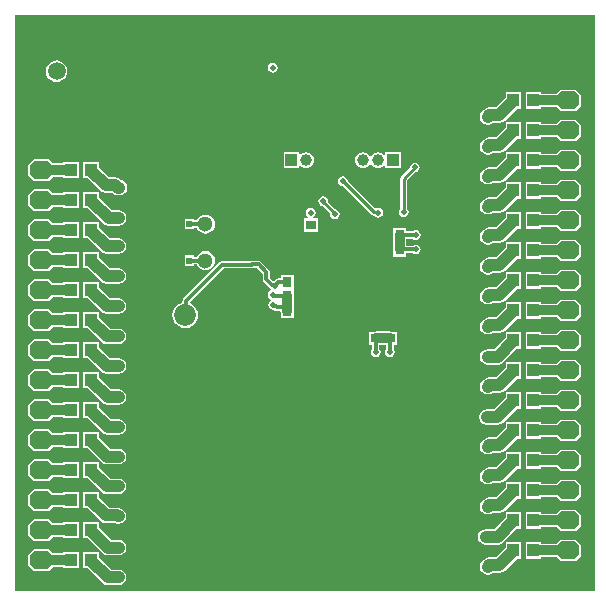
<source format=gbl>
G04*
G04 #@! TF.GenerationSoftware,Altium Limited,Altium Designer,23.9.2 (47)*
G04*
G04 Layer_Physical_Order=4*
G04 Layer_Color=16711680*
%FSLAX44Y44*%
%MOMM*%
G71*
G04*
G04 #@! TF.SameCoordinates,60F5B71E-2B93-43DD-B637-9BD39DAD1F72*
G04*
G04*
G04 #@! TF.FilePolarity,Positive*
G04*
G01*
G75*
%ADD14C,0.2540*%
%ADD26R,1.0000X1.1000*%
%ADD49C,0.9906*%
%ADD50C,0.8128*%
%ADD51C,0.2997*%
%ADD53C,1.5000*%
%ADD54R,1.5000X1.5000*%
%ADD55R,1.0000X1.0000*%
%ADD56C,1.0000*%
%ADD57C,1.3000*%
%ADD58C,1.8500*%
%ADD59R,1.8500X1.8500*%
G04:AMPARAMS|DCode=60|XSize=1.905mm|YSize=1.524mm|CornerRadius=0mm|HoleSize=0mm|Usage=FLASHONLY|Rotation=180.000|XOffset=0mm|YOffset=0mm|HoleType=Round|Shape=Octagon|*
%AMOCTAGOND60*
4,1,8,-0.9525,0.3810,-0.9525,-0.3810,-0.5715,-0.7620,0.5715,-0.7620,0.9525,-0.3810,0.9525,0.3810,0.5715,0.7620,-0.5715,0.7620,-0.9525,0.3810,0.0*
%
%ADD60OCTAGOND60*%

%ADD61C,1.2700*%
%ADD62C,0.5080*%
%ADD70R,0.5000X0.6000*%
%ADD71R,0.8000X0.9000*%
%ADD72R,0.9000X0.8000*%
G36*
X497052Y128947D02*
X5698D01*
Y616603D01*
X497052D01*
X497052Y128947D01*
D02*
G37*
%LPC*%
G36*
X224250Y575644D02*
X222664Y575328D01*
X221320Y574430D01*
X220422Y573086D01*
X220106Y571500D01*
X220422Y569914D01*
X221320Y568570D01*
X222664Y567672D01*
X224250Y567356D01*
X225836Y567672D01*
X227180Y568570D01*
X228078Y569914D01*
X228394Y571500D01*
X228078Y573086D01*
X227180Y574430D01*
X225836Y575328D01*
X224250Y575644D01*
D02*
G37*
G36*
X41250Y577852D02*
X38894Y577542D01*
X36699Y576632D01*
X34814Y575186D01*
X33368Y573301D01*
X32458Y571106D01*
X32148Y568750D01*
X32458Y566394D01*
X33368Y564199D01*
X34814Y562314D01*
X36699Y560868D01*
X38894Y559958D01*
X41250Y559648D01*
X43606Y559958D01*
X45801Y560868D01*
X47686Y562314D01*
X49132Y564199D01*
X50042Y566394D01*
X50352Y568750D01*
X50042Y571106D01*
X49132Y573301D01*
X47686Y575186D01*
X45801Y576632D01*
X43606Y577542D01*
X41250Y577852D01*
D02*
G37*
G36*
X480977Y553044D02*
X468023D01*
X464576Y549598D01*
X451524D01*
Y550924D01*
X438476D01*
Y536876D01*
X451524D01*
Y538203D01*
X464576D01*
X468023Y534756D01*
X480977D01*
X485549Y539328D01*
Y548472D01*
X480977Y553044D01*
D02*
G37*
G36*
Y527644D02*
X468023D01*
X464576Y524198D01*
X451524D01*
Y525524D01*
X438476D01*
Y511476D01*
X451524D01*
Y512803D01*
X464576D01*
X468023Y509356D01*
X480977D01*
X485549Y513928D01*
Y523072D01*
X480977Y527644D01*
D02*
G37*
G36*
X434524Y550924D02*
X421476D01*
Y546215D01*
X413365Y538104D01*
X407834D01*
X405307Y537601D01*
X403164Y536170D01*
X401580Y534586D01*
X400149Y532443D01*
X399646Y529916D01*
X400149Y527389D01*
X401580Y525246D01*
X403723Y523815D01*
X406250Y523312D01*
X408777Y523815D01*
X410396Y524896D01*
X416100D01*
X418628Y525399D01*
X420770Y526830D01*
X430816Y536876D01*
X434524D01*
Y542998D01*
X434604Y543400D01*
X434524Y543802D01*
Y550924D01*
D02*
G37*
G36*
X480977Y502244D02*
X468023D01*
X464576Y498797D01*
X451524D01*
Y500124D01*
X438476D01*
Y486076D01*
X451524D01*
Y487402D01*
X464576D01*
X468023Y483956D01*
X480977D01*
X485549Y488528D01*
Y497672D01*
X480977Y502244D01*
D02*
G37*
G36*
X434524Y525524D02*
X421476D01*
Y520815D01*
X413365Y512704D01*
X407684D01*
X405157Y512201D01*
X403014Y510770D01*
X401580Y509336D01*
X400149Y507193D01*
X399646Y504666D01*
X400149Y502139D01*
X401580Y499996D01*
X403723Y498565D01*
X406250Y498062D01*
X408777Y498565D01*
X410171Y499496D01*
X416100D01*
X418628Y499999D01*
X420770Y501430D01*
X430816Y511476D01*
X434524D01*
Y517598D01*
X434604Y518000D01*
X434524Y518402D01*
Y525524D01*
D02*
G37*
G36*
X252750Y500080D02*
X251047Y499856D01*
X249460Y499199D01*
X248097Y498153D01*
X247844Y497823D01*
X246574Y498254D01*
Y500024D01*
X233526D01*
Y486976D01*
X246574D01*
Y488746D01*
X247844Y489177D01*
X248097Y488847D01*
X249460Y487801D01*
X251047Y487144D01*
X252750Y486920D01*
X254453Y487144D01*
X256040Y487801D01*
X257403Y488847D01*
X258449Y490210D01*
X259106Y491797D01*
X259330Y493500D01*
X259106Y495203D01*
X258449Y496790D01*
X257403Y498153D01*
X256040Y499199D01*
X254453Y499856D01*
X252750Y500080D01*
D02*
G37*
G36*
X313450D02*
X311747Y499856D01*
X310160Y499199D01*
X308797Y498153D01*
X307798Y496851D01*
X307113Y496751D01*
X307087D01*
X306402Y496851D01*
X305403Y498153D01*
X304040Y499199D01*
X302453Y499856D01*
X300750Y500080D01*
X299047Y499856D01*
X297460Y499199D01*
X296097Y498153D01*
X295051Y496790D01*
X294394Y495203D01*
X294170Y493500D01*
X294394Y491797D01*
X295051Y490210D01*
X296097Y488847D01*
X297460Y487801D01*
X299047Y487144D01*
X300750Y486920D01*
X302453Y487144D01*
X304040Y487801D01*
X305403Y488847D01*
X306402Y490149D01*
X307087Y490249D01*
X307113D01*
X307798Y490149D01*
X308797Y488847D01*
X310160Y487801D01*
X311747Y487144D01*
X313450Y486920D01*
X315153Y487144D01*
X316740Y487801D01*
X318103Y488847D01*
X318356Y489177D01*
X319626Y488746D01*
Y486976D01*
X332674D01*
Y500024D01*
X319626D01*
Y498254D01*
X318356Y497823D01*
X318103Y498153D01*
X316740Y499199D01*
X315153Y499856D01*
X313450Y500080D01*
D02*
G37*
G36*
X344750Y491394D02*
X343164Y491078D01*
X341820Y490180D01*
X340922Y488836D01*
X340606Y487250D01*
X340625Y487154D01*
X333236Y479764D01*
X332618Y478840D01*
X332401Y477750D01*
X332401Y477750D01*
Y452484D01*
X332320Y452430D01*
X331422Y451086D01*
X331106Y449500D01*
X331422Y447914D01*
X332320Y446570D01*
X333664Y445672D01*
X335250Y445356D01*
X336836Y445672D01*
X338180Y446570D01*
X339078Y447914D01*
X339394Y449500D01*
X339078Y451086D01*
X338180Y452430D01*
X338099Y452484D01*
Y476570D01*
X344654Y483125D01*
X344750Y483106D01*
X346336Y483422D01*
X347680Y484320D01*
X348578Y485664D01*
X348894Y487250D01*
X348578Y488836D01*
X347680Y490180D01*
X346336Y491078D01*
X344750Y491394D01*
D02*
G37*
G36*
X34977Y494244D02*
X22023D01*
X17451Y489672D01*
Y480528D01*
X22023Y475956D01*
X34977D01*
X38424Y479403D01*
X46976D01*
Y478076D01*
X60024D01*
Y492124D01*
X46976D01*
Y490798D01*
X38424D01*
X34977Y494244D01*
D02*
G37*
G36*
X480977Y476844D02*
X468023D01*
X464576Y473397D01*
X451524D01*
Y474724D01*
X438476D01*
Y460676D01*
X451524D01*
Y462002D01*
X464576D01*
X468023Y458556D01*
X480977D01*
X485549Y463128D01*
Y472272D01*
X480977Y476844D01*
D02*
G37*
G36*
X434524Y500124D02*
X421476D01*
Y495415D01*
X413365Y487304D01*
X407534D01*
X405007Y486801D01*
X402864Y485370D01*
X401580Y484086D01*
X400149Y481943D01*
X399646Y479416D01*
X400149Y476889D01*
X401580Y474746D01*
X403723Y473315D01*
X406250Y472812D01*
X408777Y473315D01*
X409947Y474096D01*
X416100D01*
X418628Y474599D01*
X420770Y476030D01*
X430816Y486076D01*
X434524D01*
Y492198D01*
X434604Y492600D01*
X434524Y493002D01*
Y500124D01*
D02*
G37*
G36*
X77024Y492124D02*
X63976D01*
Y485002D01*
X63896Y484600D01*
X63976Y484198D01*
Y478076D01*
X67684D01*
X78235Y467525D01*
X80378Y466094D01*
X82905Y465591D01*
X88376D01*
X88471Y465496D01*
X90613Y464065D01*
X93140Y463562D01*
X94500D01*
X97027Y464065D01*
X99170Y465496D01*
X100601Y467639D01*
X101104Y470166D01*
X100601Y472693D01*
X99170Y474836D01*
X97027Y476267D01*
X96217Y476428D01*
X95781Y476865D01*
X93638Y478296D01*
X91111Y478799D01*
X85640D01*
X77024Y487415D01*
Y492124D01*
D02*
G37*
G36*
X34977Y468844D02*
X22023D01*
X17451Y464272D01*
Y455128D01*
X22023Y450556D01*
X34977D01*
X38424Y454002D01*
X46976D01*
Y452676D01*
X60024D01*
Y466724D01*
X46976D01*
Y465397D01*
X38424D01*
X34977Y468844D01*
D02*
G37*
G36*
X480977Y451444D02*
X468023D01*
X464576Y447998D01*
X451524D01*
Y449324D01*
X438476D01*
Y435276D01*
X451524D01*
Y436603D01*
X464576D01*
X468023Y433156D01*
X480977D01*
X485549Y437728D01*
Y446872D01*
X480977Y451444D01*
D02*
G37*
G36*
X434524Y474724D02*
X421476D01*
Y470015D01*
X413365Y461904D01*
X407478D01*
X404951Y461401D01*
X402808Y459970D01*
X401580Y458742D01*
X400149Y456599D01*
X399646Y454072D01*
X400149Y451545D01*
X401580Y449402D01*
X403723Y447971D01*
X406250Y447468D01*
X408777Y447971D01*
X409863Y448696D01*
X416100D01*
X418628Y449199D01*
X420770Y450630D01*
X430816Y460676D01*
X434524D01*
Y466798D01*
X434604Y467200D01*
X434524Y467602D01*
Y474724D01*
D02*
G37*
G36*
X283750Y479644D02*
X282164Y479328D01*
X280820Y478430D01*
X279922Y477086D01*
X279606Y475500D01*
X279922Y473914D01*
X280820Y472570D01*
X282164Y471672D01*
X283750Y471356D01*
X283846Y471375D01*
X308000Y447222D01*
X308000Y447222D01*
X308924Y446604D01*
X310014Y446387D01*
X310191D01*
X310570Y445820D01*
X311914Y444922D01*
X313500Y444606D01*
X315086Y444922D01*
X316430Y445820D01*
X317328Y447164D01*
X317644Y448750D01*
X317328Y450336D01*
X316430Y451680D01*
X315086Y452578D01*
X313500Y452894D01*
X311914Y452578D01*
X311187Y452092D01*
X287875Y475404D01*
X287894Y475500D01*
X287578Y477086D01*
X286680Y478430D01*
X285336Y479328D01*
X283750Y479644D01*
D02*
G37*
G36*
X267000Y462894D02*
X265414Y462578D01*
X264070Y461680D01*
X263172Y460336D01*
X262856Y458750D01*
X263172Y457164D01*
X264070Y455820D01*
X265414Y454922D01*
X266363Y454733D01*
X272729Y448367D01*
X272606Y447750D01*
X272922Y446164D01*
X273820Y444820D01*
X275164Y443922D01*
X276750Y443606D01*
X278336Y443922D01*
X279680Y444820D01*
X280578Y446164D01*
X280894Y447750D01*
X280578Y449336D01*
X279680Y450680D01*
X278336Y451578D01*
X277387Y451767D01*
X271021Y458133D01*
X271144Y458750D01*
X270828Y460336D01*
X269930Y461680D01*
X268586Y462578D01*
X267000Y462894D01*
D02*
G37*
G36*
X167250Y447343D02*
X165155Y447067D01*
X163203Y446259D01*
X161527Y444973D01*
X160241Y443297D01*
X159841Y442332D01*
X157774D01*
Y443774D01*
X149726D01*
Y434726D01*
X157774D01*
Y436168D01*
X159841D01*
X160241Y435203D01*
X161527Y433527D01*
X163203Y432241D01*
X165155Y431432D01*
X167250Y431157D01*
X169345Y431432D01*
X171297Y432241D01*
X172973Y433527D01*
X174259Y435203D01*
X175067Y437155D01*
X175343Y439250D01*
X175067Y441345D01*
X174259Y443297D01*
X172973Y444973D01*
X171297Y446259D01*
X169345Y447067D01*
X167250Y447343D01*
D02*
G37*
G36*
X77024Y466724D02*
X63976D01*
Y459602D01*
X63896Y459200D01*
X63976Y458798D01*
Y452676D01*
X67684D01*
X80614Y439746D01*
X82757Y438315D01*
X85284Y437812D01*
X93750D01*
X96277Y438315D01*
X98420Y439746D01*
X99851Y441889D01*
X100354Y444416D01*
X99851Y446943D01*
X98420Y449086D01*
X96277Y450517D01*
X93750Y451020D01*
X88019D01*
X77024Y462015D01*
Y466724D01*
D02*
G37*
G36*
X256500Y452894D02*
X254914Y452578D01*
X253570Y451680D01*
X252672Y450336D01*
X252356Y448750D01*
X252672Y447164D01*
X253570Y445820D01*
X254357Y445294D01*
X253972Y444024D01*
X250476D01*
Y432976D01*
X262524D01*
Y444024D01*
X259028D01*
X258643Y445294D01*
X259430Y445820D01*
X260328Y447164D01*
X260644Y448750D01*
X260328Y450336D01*
X259430Y451680D01*
X258086Y452578D01*
X256500Y452894D01*
D02*
G37*
G36*
X34977Y443444D02*
X22023D01*
X17451Y438872D01*
Y429728D01*
X22023Y425156D01*
X34977D01*
X38424Y428602D01*
X46976D01*
Y427276D01*
X60024D01*
Y441324D01*
X46976D01*
Y439997D01*
X38424D01*
X34977Y443444D01*
D02*
G37*
G36*
X337274Y436024D02*
X326226D01*
Y430872D01*
X326053Y430000D01*
Y417750D01*
X326226Y416878D01*
Y411726D01*
X337274D01*
Y414668D01*
X342797D01*
X343914Y413922D01*
X345500Y413606D01*
X347086Y413922D01*
X348430Y414820D01*
X349328Y416164D01*
X349644Y417750D01*
X349328Y419336D01*
X348430Y420680D01*
X347086Y421578D01*
X345500Y421894D01*
X343914Y421578D01*
X342797Y420832D01*
X337448D01*
Y426918D01*
X342797D01*
X343914Y426172D01*
X345500Y425856D01*
X347086Y426172D01*
X348430Y427070D01*
X349328Y428414D01*
X349644Y430000D01*
X349328Y431586D01*
X348430Y432930D01*
X347086Y433828D01*
X345500Y434144D01*
X343914Y433828D01*
X342797Y433082D01*
X337274D01*
Y436024D01*
D02*
G37*
G36*
X480977Y426044D02*
X468023D01*
X464576Y422598D01*
X451524D01*
Y423924D01*
X438476D01*
Y409876D01*
X451524D01*
Y411203D01*
X464576D01*
X468023Y407756D01*
X480977D01*
X485549Y412328D01*
Y421472D01*
X480977Y426044D01*
D02*
G37*
G36*
X434524Y449324D02*
X421476D01*
Y444615D01*
X413365Y436504D01*
X407716D01*
X405189Y436001D01*
X403047Y434570D01*
X401580Y433103D01*
X400149Y430961D01*
X399646Y428434D01*
X400149Y425906D01*
X401580Y423764D01*
X403723Y422332D01*
X406250Y421830D01*
X408777Y422332D01*
X410219Y423296D01*
X416100D01*
X418628Y423799D01*
X420770Y425230D01*
X430816Y435276D01*
X434524D01*
Y441398D01*
X434604Y441800D01*
X434524Y442202D01*
Y449324D01*
D02*
G37*
G36*
X77024Y441324D02*
X63976D01*
Y434202D01*
X63896Y433800D01*
X63976Y433398D01*
Y427276D01*
X67684D01*
X78958Y416002D01*
X81101Y414571D01*
X83628Y414068D01*
X93750D01*
X96277Y414571D01*
X98420Y416002D01*
X99851Y418145D01*
X100354Y420672D01*
X99851Y423199D01*
X98420Y425342D01*
X96277Y426773D01*
X93750Y427276D01*
X86363D01*
X77024Y436615D01*
Y441324D01*
D02*
G37*
G36*
X167250Y416343D02*
X165155Y416068D01*
X163203Y415259D01*
X161527Y413973D01*
X160241Y412297D01*
X159841Y411332D01*
X157774D01*
Y412774D01*
X149726D01*
Y403726D01*
X157774D01*
Y405168D01*
X159841D01*
X160241Y404203D01*
X161527Y402527D01*
X163203Y401241D01*
X165155Y400433D01*
X167250Y400157D01*
X169345Y400433D01*
X171297Y401241D01*
X172973Y402527D01*
X174259Y404203D01*
X175067Y406155D01*
X175343Y408250D01*
X175067Y410345D01*
X174259Y412297D01*
X172973Y413973D01*
X171297Y415259D01*
X169345Y416068D01*
X167250Y416343D01*
D02*
G37*
G36*
X34977Y418044D02*
X22023D01*
X17451Y413472D01*
Y404328D01*
X22023Y399756D01*
X34977D01*
X38424Y403203D01*
X46976D01*
Y401876D01*
X60024D01*
Y415924D01*
X46976D01*
Y414598D01*
X38424D01*
X34977Y418044D01*
D02*
G37*
G36*
X480977Y400644D02*
X468023D01*
X464576Y397197D01*
X451524D01*
Y398524D01*
X438476D01*
Y384476D01*
X451524D01*
Y385802D01*
X464576D01*
X468023Y382356D01*
X480977D01*
X485549Y386928D01*
Y396072D01*
X480977Y400644D01*
D02*
G37*
G36*
X434524Y423924D02*
X421476D01*
Y419215D01*
X413365Y411104D01*
X407584D01*
X405057Y410601D01*
X402914Y409170D01*
X401580Y407836D01*
X400149Y405693D01*
X399646Y403166D01*
X400149Y400639D01*
X401580Y398496D01*
X403723Y397065D01*
X406250Y396562D01*
X408777Y397065D01*
X410021Y397896D01*
X416100D01*
X418628Y398399D01*
X420770Y399830D01*
X430816Y409876D01*
X434524D01*
Y415998D01*
X434604Y416400D01*
X434524Y416802D01*
Y423924D01*
D02*
G37*
G36*
X77024Y415924D02*
X63976D01*
Y408802D01*
X63896Y408400D01*
X63976Y407998D01*
Y401876D01*
X67684D01*
X78958Y390602D01*
X81101Y389171D01*
X83628Y388668D01*
X93750D01*
X96277Y389171D01*
X98420Y390602D01*
X99851Y392745D01*
X100354Y395272D01*
X99851Y397799D01*
X98420Y399942D01*
X96277Y401373D01*
X93750Y401876D01*
X86363D01*
X77024Y411215D01*
Y415924D01*
D02*
G37*
G36*
X34977Y392644D02*
X22023D01*
X17451Y388072D01*
Y378928D01*
X22023Y374356D01*
X34977D01*
X38424Y377803D01*
X46976D01*
Y376476D01*
X60024D01*
Y390524D01*
X46976D01*
Y389198D01*
X38424D01*
X34977Y392644D01*
D02*
G37*
G36*
X480977Y375244D02*
X468023D01*
X464576Y371797D01*
X451524D01*
Y373124D01*
X438476D01*
Y359076D01*
X451524D01*
Y360402D01*
X464576D01*
X468023Y356956D01*
X480977D01*
X485549Y361528D01*
Y370672D01*
X480977Y375244D01*
D02*
G37*
G36*
X434524Y398524D02*
X421476D01*
Y393815D01*
X413365Y385704D01*
X407434D01*
X404907Y385201D01*
X402764Y383770D01*
X401580Y382586D01*
X400149Y380443D01*
X399646Y377916D01*
X400149Y375389D01*
X401580Y373246D01*
X403723Y371815D01*
X406250Y371312D01*
X408777Y371815D01*
X409797Y372496D01*
X416100D01*
X418628Y372999D01*
X420770Y374430D01*
X430816Y384476D01*
X434524D01*
Y390598D01*
X434604Y391000D01*
X434524Y391402D01*
Y398524D01*
D02*
G37*
G36*
X77024Y390524D02*
X63976D01*
Y383402D01*
X63896Y383000D01*
X63976Y382598D01*
Y376476D01*
X67684D01*
X78958Y365202D01*
X81101Y363771D01*
X83628Y363268D01*
X93750D01*
X96277Y363771D01*
X98420Y365202D01*
X99851Y367345D01*
X100354Y369872D01*
X99851Y372399D01*
X98420Y374542D01*
X96277Y375973D01*
X93750Y376476D01*
X86363D01*
X77024Y385815D01*
Y390524D01*
D02*
G37*
G36*
X212437Y408144D02*
X206813D01*
X206498Y408082D01*
X181750D01*
X180571Y407847D01*
X179571Y407179D01*
X148711Y376319D01*
X148043Y375319D01*
X147808Y374140D01*
Y372696D01*
X147437Y372647D01*
X144817Y371561D01*
X142566Y369834D01*
X140839Y367583D01*
X139753Y364963D01*
X139383Y362150D01*
X139753Y359337D01*
X140839Y356716D01*
X142566Y354466D01*
X144817Y352739D01*
X147437Y351653D01*
X150250Y351283D01*
X153063Y351653D01*
X155683Y352739D01*
X157934Y354466D01*
X159661Y356716D01*
X160747Y359337D01*
X161117Y362150D01*
X160747Y364963D01*
X159661Y367583D01*
X157934Y369834D01*
X155683Y371561D01*
X154789Y371932D01*
X154524Y373416D01*
X183027Y401918D01*
X206750D01*
X207065Y401981D01*
X211161D01*
X215871Y397271D01*
Y392361D01*
X216106Y391181D01*
X216774Y390182D01*
X221861Y385094D01*
X222589Y384608D01*
X222638Y383775D01*
X222620Y383566D01*
X222542Y383286D01*
X222384Y383141D01*
X221320Y382430D01*
X220422Y381086D01*
X220106Y379500D01*
X220422Y377914D01*
X221320Y376570D01*
X222403Y375847D01*
X222577Y374854D01*
X222529Y374404D01*
X221820Y373930D01*
X220922Y372586D01*
X220606Y371000D01*
X220922Y369414D01*
X221820Y368070D01*
X223164Y367172D01*
X224750Y366856D01*
X225041Y366914D01*
X225383Y366572D01*
X226383Y365904D01*
X227562Y365670D01*
X230819D01*
X230976Y364878D01*
Y359726D01*
X242024D01*
Y364878D01*
X242197Y365750D01*
Y378000D01*
X242024Y378872D01*
Y384024D01*
X242024D01*
Y384226D01*
X242024D01*
Y396274D01*
X230976D01*
Y393331D01*
X229000D01*
X227820Y393097D01*
X226821Y392429D01*
X225217Y390825D01*
X224908Y390764D01*
X222035Y393637D01*
Y398547D01*
X221800Y399727D01*
X221132Y400726D01*
X214617Y407242D01*
X213617Y407910D01*
X212437Y408144D01*
D02*
G37*
G36*
X34977Y367244D02*
X22023D01*
X17451Y362672D01*
Y353528D01*
X22023Y348956D01*
X34977D01*
X38424Y352402D01*
X46976D01*
Y351076D01*
X60024D01*
Y365124D01*
X46976D01*
Y363797D01*
X38424D01*
X34977Y367244D01*
D02*
G37*
G36*
X480977Y349844D02*
X468023D01*
X464576Y346398D01*
X451524D01*
Y347724D01*
X438476D01*
Y333676D01*
X451524D01*
Y335003D01*
X464576D01*
X468023Y331556D01*
X480977D01*
X485549Y336128D01*
Y345272D01*
X480977Y349844D01*
D02*
G37*
G36*
X434524Y373124D02*
X421476D01*
Y368415D01*
X413365Y360304D01*
X407534D01*
X405007Y359801D01*
X402864Y358370D01*
X401580Y357086D01*
X400149Y354943D01*
X399646Y352416D01*
X400149Y349889D01*
X401580Y347746D01*
X403723Y346315D01*
X406250Y345812D01*
X408777Y346315D01*
X409947Y347096D01*
X416100D01*
X418628Y347599D01*
X420770Y349030D01*
X430816Y359076D01*
X434524D01*
Y365198D01*
X434604Y365600D01*
X434524Y366002D01*
Y373124D01*
D02*
G37*
G36*
X77024Y365124D02*
X63976D01*
Y358002D01*
X63896Y357600D01*
X63976Y357198D01*
Y351076D01*
X67684D01*
X79264Y339496D01*
X81407Y338065D01*
X83934Y337562D01*
X93750D01*
X96277Y338065D01*
X98420Y339496D01*
X99851Y341639D01*
X100354Y344166D01*
X99851Y346693D01*
X98420Y348836D01*
X96277Y350267D01*
X93750Y350770D01*
X86669D01*
X77024Y360415D01*
Y365124D01*
D02*
G37*
G36*
X323750Y348447D02*
X311500D01*
X310628Y348274D01*
X305476D01*
Y337226D01*
X308418D01*
Y333453D01*
X307672Y332336D01*
X307356Y330750D01*
X307672Y329164D01*
X308570Y327820D01*
X309914Y326922D01*
X311500Y326606D01*
X313086Y326922D01*
X314430Y327820D01*
X315328Y329164D01*
X315644Y330750D01*
X315328Y332336D01*
X314582Y333453D01*
Y337052D01*
X320418D01*
Y333453D01*
X319672Y332336D01*
X319356Y330750D01*
X319672Y329164D01*
X320570Y327820D01*
X321914Y326922D01*
X323500Y326606D01*
X325086Y326922D01*
X326430Y327820D01*
X327328Y329164D01*
X327644Y330750D01*
X327328Y332336D01*
X326582Y333453D01*
Y337226D01*
X329774D01*
Y348274D01*
X324622D01*
X323750Y348447D01*
D02*
G37*
G36*
X34977Y341844D02*
X22023D01*
X17451Y337272D01*
Y328128D01*
X22023Y323556D01*
X34977D01*
X38424Y327002D01*
X46976D01*
Y325676D01*
X60024D01*
Y339724D01*
X46976D01*
Y338397D01*
X38424D01*
X34977Y341844D01*
D02*
G37*
G36*
X480977Y324444D02*
X468023D01*
X464576Y320998D01*
X451524D01*
Y322324D01*
X438476D01*
Y308276D01*
X451524D01*
Y309603D01*
X464576D01*
X468023Y306156D01*
X480977D01*
X485549Y310728D01*
Y319872D01*
X480977Y324444D01*
D02*
G37*
G36*
X434524Y347724D02*
X421476D01*
Y343015D01*
X411981Y333520D01*
X406250D01*
X403723Y333017D01*
X401580Y331586D01*
X400149Y329443D01*
X399646Y326916D01*
X400149Y324389D01*
X401580Y322246D01*
X403723Y320815D01*
X406250Y320312D01*
X414716D01*
X417244Y320815D01*
X419386Y322246D01*
X430816Y333676D01*
X434524D01*
Y339798D01*
X434604Y340200D01*
Y340700D01*
X434524Y341102D01*
Y347724D01*
D02*
G37*
G36*
X77024Y339724D02*
X63976D01*
Y332602D01*
X63896Y332200D01*
X63976Y331798D01*
Y325676D01*
X67684D01*
X78919Y314441D01*
X81062Y313010D01*
X83589Y312507D01*
X93750D01*
X96277Y313010D01*
X98420Y314441D01*
X99851Y316584D01*
X100354Y319111D01*
X99851Y321638D01*
X98420Y323781D01*
X96277Y325212D01*
X93750Y325715D01*
X86324D01*
X77024Y335015D01*
Y339724D01*
D02*
G37*
G36*
X34977Y316444D02*
X22023D01*
X17451Y311872D01*
Y302728D01*
X22023Y298156D01*
X34977D01*
X38424Y301602D01*
X46976D01*
Y300276D01*
X60024D01*
Y314324D01*
X46976D01*
Y312997D01*
X38424D01*
X34977Y316444D01*
D02*
G37*
G36*
X480977Y299044D02*
X468023D01*
X464576Y295597D01*
X451524D01*
Y296924D01*
X438476D01*
Y282876D01*
X451524D01*
Y284202D01*
X464576D01*
X468023Y280756D01*
X480977D01*
X485549Y285328D01*
Y294472D01*
X480977Y299044D01*
D02*
G37*
G36*
X434524Y322324D02*
X421476D01*
Y317615D01*
X413365Y309504D01*
X407484D01*
X404957Y309001D01*
X402814Y307570D01*
X401580Y306336D01*
X400149Y304193D01*
X399646Y301666D01*
X400149Y299139D01*
X401580Y296996D01*
X403723Y295565D01*
X406250Y295062D01*
X408777Y295565D01*
X409872Y296296D01*
X416100D01*
X418628Y296799D01*
X420770Y298230D01*
X430816Y308276D01*
X434524D01*
Y314398D01*
X434604Y314800D01*
X434524Y315202D01*
Y322324D01*
D02*
G37*
G36*
X77024Y314324D02*
X63976D01*
Y307202D01*
X63896Y306800D01*
X63976Y306398D01*
Y300276D01*
X67684D01*
X79964Y287996D01*
X82107Y286565D01*
X84634Y286062D01*
X93750D01*
X96277Y286565D01*
X98420Y287996D01*
X99851Y290139D01*
X100354Y292666D01*
X99851Y295193D01*
X98420Y297336D01*
X96277Y298767D01*
X93750Y299270D01*
X87369D01*
X77024Y309615D01*
Y314324D01*
D02*
G37*
G36*
X34977Y291044D02*
X22023D01*
X17451Y286472D01*
Y277328D01*
X22023Y272756D01*
X34977D01*
X38424Y276203D01*
X46976D01*
Y274876D01*
X60024D01*
Y288924D01*
X46976D01*
Y287598D01*
X38424D01*
X34977Y291044D01*
D02*
G37*
G36*
X480977Y273644D02*
X468023D01*
X464576Y270198D01*
X451524D01*
Y271524D01*
X438476D01*
Y257476D01*
X451524D01*
Y258803D01*
X464576D01*
X468023Y255356D01*
X480977D01*
X485549Y259928D01*
Y269072D01*
X480977Y273644D01*
D02*
G37*
G36*
X434524Y296924D02*
X421476D01*
Y292215D01*
X411615Y282354D01*
X405500D01*
X402973Y281851D01*
X400830Y280420D01*
X399399Y278277D01*
X398896Y275750D01*
X399399Y273223D01*
X400830Y271080D01*
X402973Y269649D01*
X405500Y269146D01*
X414350D01*
X416878Y269649D01*
X419020Y271080D01*
X430816Y282876D01*
X434524D01*
Y288998D01*
X434604Y289400D01*
X434524Y289802D01*
Y296924D01*
D02*
G37*
G36*
X77024Y288924D02*
X63976D01*
Y281802D01*
X63896Y281400D01*
X63976Y280998D01*
Y274876D01*
X67684D01*
X79814Y262746D01*
X81957Y261315D01*
X84484Y260812D01*
X93750D01*
X96277Y261315D01*
X98420Y262746D01*
X99851Y264889D01*
X100354Y267416D01*
X99851Y269943D01*
X98420Y272086D01*
X96277Y273517D01*
X93750Y274020D01*
X87219D01*
X77024Y284215D01*
Y288924D01*
D02*
G37*
G36*
X34977Y265644D02*
X22023D01*
X17451Y261072D01*
Y251928D01*
X22023Y247356D01*
X34977D01*
X38424Y250802D01*
X46976D01*
Y249476D01*
X60024D01*
Y263524D01*
X46976D01*
Y262197D01*
X38424D01*
X34977Y265644D01*
D02*
G37*
G36*
X480977Y248244D02*
X468023D01*
X464576Y244797D01*
X451524D01*
Y246124D01*
X438476D01*
Y232076D01*
X451524D01*
Y233403D01*
X464576D01*
X468023Y229956D01*
X480977D01*
X485549Y234528D01*
Y243672D01*
X480977Y248244D01*
D02*
G37*
G36*
X434524Y271524D02*
X421476D01*
Y266815D01*
X413365Y258704D01*
X407478D01*
X404951Y258201D01*
X402808Y256770D01*
X401580Y255542D01*
X400149Y253399D01*
X399646Y250872D01*
X400149Y248345D01*
X401580Y246202D01*
X403723Y244771D01*
X406250Y244268D01*
X408777Y244771D01*
X409863Y245496D01*
X416100D01*
X418628Y245999D01*
X420770Y247430D01*
X430816Y257476D01*
X434524D01*
Y263598D01*
X434604Y264000D01*
X434524Y264402D01*
Y271524D01*
D02*
G37*
G36*
X77024Y263524D02*
X63976D01*
Y256402D01*
X63896Y256000D01*
X63976Y255598D01*
Y249476D01*
X67684D01*
X79414Y237746D01*
X81557Y236315D01*
X84084Y235812D01*
X93750D01*
X96277Y236315D01*
X98420Y237746D01*
X99851Y239889D01*
X100354Y242416D01*
X99851Y244943D01*
X98420Y247086D01*
X96277Y248517D01*
X93750Y249020D01*
X86819D01*
X77024Y258815D01*
Y263524D01*
D02*
G37*
G36*
X34977Y240244D02*
X22023D01*
X17451Y235672D01*
Y226528D01*
X22023Y221956D01*
X34977D01*
X38424Y225403D01*
X46976D01*
Y224076D01*
X60024D01*
Y238124D01*
X46976D01*
Y236798D01*
X38424D01*
X34977Y240244D01*
D02*
G37*
G36*
X480977Y222844D02*
X468023D01*
X464576Y219398D01*
X451524D01*
Y220724D01*
X438476D01*
Y206676D01*
X451524D01*
Y208002D01*
X464576D01*
X468023Y204556D01*
X480977D01*
X485549Y209128D01*
Y218272D01*
X480977Y222844D01*
D02*
G37*
G36*
X434524Y246124D02*
X421476D01*
Y241415D01*
X413365Y233304D01*
X407478D01*
X404951Y232801D01*
X402808Y231370D01*
X401580Y230142D01*
X400149Y227999D01*
X399646Y225472D01*
X400149Y222945D01*
X401580Y220802D01*
X403723Y219371D01*
X406250Y218868D01*
X408777Y219371D01*
X409863Y220096D01*
X416100D01*
X418628Y220599D01*
X420770Y222030D01*
X430816Y232076D01*
X434524D01*
Y238198D01*
X434604Y238600D01*
X434524Y239002D01*
Y246124D01*
D02*
G37*
G36*
X77024Y238124D02*
X63976D01*
Y231002D01*
X63896Y230600D01*
X63976Y230198D01*
Y224076D01*
X67684D01*
X79264Y212496D01*
X81407Y211065D01*
X83934Y210562D01*
X93750D01*
X96277Y211065D01*
X98420Y212496D01*
X99851Y214639D01*
X100354Y217166D01*
X99851Y219693D01*
X98420Y221836D01*
X96277Y223267D01*
X93750Y223770D01*
X86669D01*
X77024Y233415D01*
Y238124D01*
D02*
G37*
G36*
X34977Y214844D02*
X22023D01*
X17451Y210272D01*
Y201128D01*
X22023Y196556D01*
X34977D01*
X38424Y200002D01*
X46976D01*
Y198676D01*
X60024D01*
Y212724D01*
X46976D01*
Y211397D01*
X38424D01*
X34977Y214844D01*
D02*
G37*
G36*
X480977Y197444D02*
X468023D01*
X464576Y193997D01*
X451524D01*
Y195324D01*
X438476D01*
Y181276D01*
X451524D01*
Y182603D01*
X464576D01*
X468023Y179156D01*
X480977D01*
X485549Y183728D01*
Y192872D01*
X480977Y197444D01*
D02*
G37*
G36*
X434524Y220724D02*
X421476D01*
Y216015D01*
X413365Y207904D01*
X407478D01*
X404951Y207401D01*
X402808Y205970D01*
X401580Y204742D01*
X400149Y202599D01*
X399646Y200072D01*
X400149Y197545D01*
X401580Y195402D01*
X403723Y193971D01*
X406250Y193468D01*
X408777Y193971D01*
X409863Y194696D01*
X416100D01*
X418628Y195199D01*
X420770Y196630D01*
X430816Y206676D01*
X434524D01*
Y212798D01*
X434604Y213200D01*
X434524Y213602D01*
Y220724D01*
D02*
G37*
G36*
X77024Y212724D02*
X63976D01*
Y205602D01*
X63896Y205200D01*
X63976Y204798D01*
Y198676D01*
X67684D01*
X78480Y187880D01*
X80623Y186449D01*
X83150Y185946D01*
X90376D01*
X90573Y185815D01*
X93100Y185312D01*
X93750D01*
X96277Y185815D01*
X98420Y187246D01*
X99851Y189389D01*
X100354Y191916D01*
X99851Y194443D01*
X98420Y196586D01*
X96277Y198017D01*
X95800Y198112D01*
X94993Y198651D01*
X92466Y199154D01*
X85885D01*
X77024Y208015D01*
Y212724D01*
D02*
G37*
G36*
X34977Y189444D02*
X22023D01*
X17451Y184872D01*
Y175728D01*
X22023Y171156D01*
X34977D01*
X38424Y174603D01*
X46976D01*
Y173276D01*
X60024D01*
Y187324D01*
X46976D01*
Y185998D01*
X38424D01*
X34977Y189444D01*
D02*
G37*
G36*
X480977Y172044D02*
X468023D01*
X464576Y168598D01*
X451524D01*
Y169924D01*
X438476D01*
Y155876D01*
X451524D01*
Y157203D01*
X464576D01*
X468023Y153756D01*
X480977D01*
X485549Y158328D01*
Y167472D01*
X480977Y172044D01*
D02*
G37*
G36*
X434524Y195324D02*
X421476D01*
Y190615D01*
X411965Y181104D01*
X404500D01*
X401973Y180601D01*
X399830Y179170D01*
X398399Y177027D01*
X397896Y174500D01*
X398399Y171973D01*
X399830Y169830D01*
X401973Y168399D01*
X404500Y167896D01*
X414700D01*
X417228Y168399D01*
X419370Y169830D01*
X430816Y181276D01*
X434524D01*
Y187398D01*
X434604Y187800D01*
X434524Y188202D01*
Y195324D01*
D02*
G37*
G36*
X77024Y187324D02*
X63976D01*
Y180202D01*
X63896Y179800D01*
X63976Y179398D01*
Y173276D01*
X67684D01*
X80214Y160746D01*
X82357Y159315D01*
X84884Y158812D01*
X93750D01*
X96277Y159315D01*
X98420Y160746D01*
X99851Y162889D01*
X100354Y165416D01*
X99851Y167943D01*
X98420Y170086D01*
X96277Y171517D01*
X93750Y172020D01*
X87619D01*
X77024Y182615D01*
Y187324D01*
D02*
G37*
G36*
X34977Y164044D02*
X22023D01*
X17451Y159472D01*
Y150328D01*
X22023Y145756D01*
X34977D01*
X38424Y149202D01*
X46976D01*
Y147876D01*
X60024D01*
Y161924D01*
X46976D01*
Y160597D01*
X38424D01*
X34977Y164044D01*
D02*
G37*
G36*
X434524Y169924D02*
X421476D01*
Y165215D01*
X413365Y157104D01*
X407584D01*
X405057Y156601D01*
X402914Y155170D01*
X401580Y153836D01*
X400149Y151693D01*
X399646Y149166D01*
X400149Y146639D01*
X401580Y144496D01*
X403723Y143065D01*
X406250Y142562D01*
X408777Y143065D01*
X410021Y143896D01*
X416100D01*
X418628Y144399D01*
X420770Y145830D01*
X430816Y155876D01*
X434524D01*
Y161998D01*
X434604Y162400D01*
Y162900D01*
X434524Y163302D01*
Y169924D01*
D02*
G37*
G36*
X77024Y161924D02*
X63976D01*
Y155302D01*
X63896Y154900D01*
Y154400D01*
X63976Y153998D01*
Y147876D01*
X67684D01*
X80064Y135496D01*
X82207Y134065D01*
X84734Y133562D01*
X93750D01*
X96277Y134065D01*
X98420Y135496D01*
X99851Y137639D01*
X100354Y140166D01*
X99851Y142693D01*
X98420Y144836D01*
X96277Y146267D01*
X93750Y146770D01*
X87469D01*
X77024Y157215D01*
Y161924D01*
D02*
G37*
%LPD*%
D14*
X335250Y449500D02*
Y477750D01*
X344750Y487250D01*
X283750Y475500D02*
X310014Y449236D01*
X313014D02*
X313500Y448750D01*
X310014Y449236D02*
X313014D01*
X267000Y458125D02*
X276750Y448375D01*
Y447750D02*
Y448375D01*
X267000Y458125D02*
Y458750D01*
D26*
X428000Y162900D02*
D03*
X445000D02*
D03*
X428000Y188300D02*
D03*
X445000D02*
D03*
X428000Y213700D02*
D03*
X445000D02*
D03*
X428000Y239100D02*
D03*
X445000D02*
D03*
X428000Y264500D02*
D03*
X445000D02*
D03*
X428000Y289900D02*
D03*
X445000D02*
D03*
X428000Y315300D02*
D03*
X445000D02*
D03*
X428000Y340700D02*
D03*
X445000D02*
D03*
X428000Y366100D02*
D03*
X445000D02*
D03*
X428000Y391500D02*
D03*
X445000D02*
D03*
X428000Y416900D02*
D03*
X445000D02*
D03*
X428000Y442300D02*
D03*
X445000D02*
D03*
X428000Y467700D02*
D03*
X445000D02*
D03*
X428000Y493100D02*
D03*
X445000D02*
D03*
X428000Y518500D02*
D03*
X445000D02*
D03*
X428000Y543900D02*
D03*
X445000D02*
D03*
X53500Y154900D02*
D03*
X70500D02*
D03*
X53500Y180300D02*
D03*
X70500D02*
D03*
Y205700D02*
D03*
X53500D02*
D03*
X70500Y231100D02*
D03*
X53500D02*
D03*
X70500Y256500D02*
D03*
X53500D02*
D03*
X70500Y281900D02*
D03*
X53500D02*
D03*
X70500Y307300D02*
D03*
X53500D02*
D03*
X70500Y383500D02*
D03*
X53500D02*
D03*
X70500Y358100D02*
D03*
X53500D02*
D03*
X70500Y408900D02*
D03*
X53500D02*
D03*
X70500Y434300D02*
D03*
X53500D02*
D03*
X70500Y459700D02*
D03*
X53500D02*
D03*
X70500Y485100D02*
D03*
X53500D02*
D03*
X70500Y332700D02*
D03*
X53500D02*
D03*
D49*
X407478Y252100D02*
X416100D01*
X406250Y250872D02*
X407478Y252100D01*
X93140Y470166D02*
X94500D01*
X91111Y472195D02*
X93140Y470166D01*
X82905Y472195D02*
X91111D01*
X70500Y484600D02*
X82905Y472195D01*
X406250Y479416D02*
X407534Y480700D01*
X416100D01*
X407684Y506100D02*
X416100D01*
X406250Y504666D02*
X407684Y506100D01*
X406250Y529916D02*
X407834Y531500D01*
X416100D01*
X428000Y543400D01*
X407478Y455300D02*
X416100D01*
X406250Y454072D02*
X407478Y455300D01*
X407716Y429900D02*
X416100D01*
X406250Y428434D02*
X407716Y429900D01*
X407584Y404500D02*
X416100D01*
X406250Y403166D02*
X407584Y404500D01*
X406250Y377916D02*
X407434Y379100D01*
X416100D01*
X407534Y353700D02*
X416100D01*
X406250Y352416D02*
X407534Y353700D01*
X406250Y326916D02*
X414716D01*
X428000Y340200D02*
Y340700D01*
X414716Y326916D02*
X428000Y340200D01*
X406250Y301666D02*
X407484Y302900D01*
X416100D01*
X405500Y275750D02*
X414350D01*
X428000Y289400D01*
X406250Y149166D02*
X407584Y150500D01*
X416100D01*
X406250Y225472D02*
X407478Y226700D01*
X416100D01*
X406250Y200072D02*
X407478Y201300D01*
X416100D01*
X404500Y174500D02*
X414700D01*
X428000Y187800D01*
X85284Y444416D02*
X93750D01*
X70500Y459200D02*
X85284Y444416D01*
X83628Y420672D02*
X93750D01*
X70500Y433800D02*
X83628Y420672D01*
Y369872D02*
X93750D01*
X70500Y383000D02*
X83628Y369872D01*
Y395272D02*
X93750D01*
X70500Y408400D02*
X83628Y395272D01*
X70500Y357600D02*
X83934Y344166D01*
X93750D01*
X83589Y319111D02*
X93750D01*
X70500Y332200D02*
X83589Y319111D01*
X83934Y217166D02*
X93750D01*
X70500Y230600D02*
X83934Y217166D01*
X70500Y256000D02*
X84084Y242416D01*
X93750D01*
X84884Y165416D02*
X93750D01*
X70500Y179800D02*
X84884Y165416D01*
X92466Y192550D02*
X93100Y191916D01*
X93750D01*
X84634Y292666D02*
X93750D01*
X70500Y306800D02*
X84634Y292666D01*
X84484Y267416D02*
X93750D01*
X70500Y281400D02*
X84484Y267416D01*
X84734Y140166D02*
X93750D01*
X70500Y154400D02*
X84734Y140166D01*
X70500Y154400D02*
Y154900D01*
X83150Y192550D02*
X92466D01*
X70500Y205200D02*
X83150Y192550D01*
X416100Y506100D02*
X428000Y518000D01*
X416100Y480700D02*
X428000Y492600D01*
X416100Y455300D02*
X428000Y467200D01*
X416100Y429900D02*
X428000Y441800D01*
X416100Y404500D02*
X428000Y416400D01*
X416100Y379100D02*
X428000Y391000D01*
X416100Y353700D02*
X428000Y365600D01*
X416100Y302900D02*
X428000Y314800D01*
X416100Y252100D02*
X428000Y264000D01*
X416100Y226700D02*
X428000Y238600D01*
X416100Y201300D02*
X428000Y213200D01*
Y162400D02*
Y162900D01*
X416100Y150500D02*
X428000Y162400D01*
D50*
X445000Y416900D02*
X474500D01*
X445000Y442300D02*
X474500D01*
X445000Y366100D02*
X474500D01*
X445000Y391500D02*
X474500D01*
X445000Y340700D02*
X474500D01*
X445000Y315300D02*
X474500D01*
X445000Y518500D02*
X474500D01*
X445000Y543900D02*
X474500D01*
X445000Y493100D02*
X474500D01*
X445000Y467700D02*
X474500D01*
X445000Y264500D02*
X474500D01*
X445000Y289900D02*
X474500D01*
X445000Y213700D02*
X474500D01*
X445000Y239100D02*
X474500D01*
X445000Y188300D02*
X474500D01*
X445000Y162900D02*
X474500D01*
X28500Y485100D02*
X53500D01*
X28500Y459700D02*
X53500D01*
X28500Y434300D02*
X53500D01*
X28500Y408900D02*
X53500D01*
X28500Y383500D02*
X53500D01*
X28500Y358100D02*
X53500D01*
X28500Y332700D02*
X53500D01*
X28500Y307300D02*
X53500D01*
X28500Y281900D02*
X53500D01*
X28500Y256500D02*
X53500D01*
X28500Y231100D02*
X53500D01*
X28500Y205700D02*
X53500D01*
X28500Y180300D02*
X53500D01*
X28500Y154900D02*
X53500D01*
X311064Y356814D02*
Y366186D01*
X306500Y370750D02*
X311064Y366186D01*
X331750Y417750D02*
Y430000D01*
X308564Y417314D02*
X317686D01*
X304500Y413250D02*
X308564Y417314D01*
X317750Y417378D02*
Y430000D01*
X317686Y417314D02*
X317750Y417378D01*
X311500Y356750D02*
X323750D01*
X311128D02*
X311500D01*
X323750D02*
X323750Y356750D01*
X311064Y356814D02*
X311128Y356750D01*
X250500Y378372D02*
Y390250D01*
Y378000D02*
Y378372D01*
X250564Y378436D01*
X259686D01*
X264000Y382750D01*
X250500Y365750D02*
Y378000D01*
X323750Y342750D02*
X323750Y342750D01*
X311500Y342750D02*
X323750D01*
X236500Y365750D02*
Y378000D01*
D51*
X331750Y430000D02*
X345500D01*
X331750Y417750D02*
X345750D01*
X146000Y423750D02*
X153750D01*
X146000Y423750D02*
X146000Y423750D01*
X225314Y371000D02*
X227562Y368751D01*
X224750Y371000D02*
X225314D01*
X227562Y368751D02*
X233999D01*
X236500Y365750D02*
Y366250D01*
X233999Y368751D02*
X236500Y366250D01*
X226314Y378000D02*
X236500D01*
X224250Y379500D02*
X224814D01*
X226314Y378000D01*
X225907Y387157D02*
X229000Y390250D01*
X225907Y387157D02*
X226027Y387036D01*
X225790Y387273D02*
X225907Y387157D01*
X218953Y392361D02*
Y398547D01*
X224040Y387273D02*
X225790D01*
X218953Y392361D02*
X224040Y387273D01*
X256500Y414000D02*
X261000Y409500D01*
X256500Y414000D02*
Y424500D01*
X153750Y423750D02*
Y429250D01*
Y418250D02*
Y423750D01*
X212437Y405063D02*
X218953Y398547D01*
X206813Y405063D02*
X212437D01*
X206750Y405000D02*
X206813Y405063D01*
X150890Y374140D02*
X181750Y405000D01*
X206750D01*
X311500Y330750D02*
Y342750D01*
Y330750D02*
X311500Y330750D01*
X323500Y342500D02*
X323750Y342750D01*
X323500Y330750D02*
Y342500D01*
X150890Y362790D02*
Y374140D01*
X150250Y362150D02*
X150890Y362790D01*
X229000Y390250D02*
X236500D01*
X153750Y408250D02*
X153750Y408250D01*
X167250D02*
X167250Y408250D01*
X153750Y408250D02*
X167250D01*
X153750Y439250D02*
X167250D01*
D53*
X41250Y568750D02*
D03*
D54*
Y594150D02*
D03*
D55*
X240050Y493500D02*
D03*
X326150D02*
D03*
D56*
X252750D02*
D03*
X265450D02*
D03*
X313450D02*
D03*
X300750D02*
D03*
X288050D02*
D03*
D57*
X167250Y439250D02*
D03*
Y408250D02*
D03*
D58*
X150250Y362150D02*
D03*
D59*
Y311350D02*
D03*
D60*
X28500Y485100D02*
D03*
Y459700D02*
D03*
Y434300D02*
D03*
Y408900D02*
D03*
Y383500D02*
D03*
Y358100D02*
D03*
Y332700D02*
D03*
Y307300D02*
D03*
Y281900D02*
D03*
Y256500D02*
D03*
Y231100D02*
D03*
Y205700D02*
D03*
Y180300D02*
D03*
Y154900D02*
D03*
X474500Y543900D02*
D03*
Y518500D02*
D03*
Y493100D02*
D03*
Y467700D02*
D03*
Y442300D02*
D03*
Y416900D02*
D03*
Y391500D02*
D03*
Y366100D02*
D03*
Y340700D02*
D03*
Y315300D02*
D03*
Y289900D02*
D03*
Y264500D02*
D03*
Y239100D02*
D03*
Y213700D02*
D03*
Y188300D02*
D03*
Y162900D02*
D03*
D61*
X322250Y185500D02*
D03*
D62*
X406250Y250872D02*
D03*
X254500Y553000D02*
D03*
X224250Y571500D02*
D03*
X344750Y487250D02*
D03*
X335250Y449500D02*
D03*
X345500Y430000D02*
D03*
X283750Y475500D02*
D03*
X313500Y448750D02*
D03*
X267000Y458750D02*
D03*
X276750Y447750D02*
D03*
X94500Y470166D02*
D03*
Y444416D02*
D03*
X406250Y479416D02*
D03*
X387250Y493200D02*
D03*
X406250Y504666D02*
D03*
X387250Y417000D02*
D03*
X387350Y340819D02*
D03*
X406250Y529916D02*
D03*
X387250Y544000D02*
D03*
Y518600D02*
D03*
X406250Y454072D02*
D03*
X387250Y468127D02*
D03*
X406250Y428434D02*
D03*
X387250Y442400D02*
D03*
X406250Y403166D02*
D03*
Y377916D02*
D03*
X387350Y391755D02*
D03*
X406250Y352416D02*
D03*
Y301666D02*
D03*
Y326916D02*
D03*
X387350Y315505D02*
D03*
X406250Y275750D02*
D03*
X387250Y290000D02*
D03*
X387350Y265005D02*
D03*
X387250Y163499D02*
D03*
X406250Y149166D02*
D03*
Y225472D02*
D03*
X387350Y239505D02*
D03*
X387550Y213700D02*
D03*
X406250Y200072D02*
D03*
X404500Y174500D02*
D03*
X387250Y188400D02*
D03*
X345500Y417750D02*
D03*
X387250Y366200D02*
D03*
X306500Y370750D02*
D03*
X104500Y485200D02*
D03*
X256500Y448750D02*
D03*
X104500Y459800D02*
D03*
Y282000D02*
D03*
Y307400D02*
D03*
X146000Y423750D02*
D03*
X224750Y371000D02*
D03*
X93750Y420672D02*
D03*
X104500Y434755D02*
D03*
X104431Y358255D02*
D03*
X93750Y369872D02*
D03*
X104531Y384500D02*
D03*
X104500Y332800D02*
D03*
X224250Y379500D02*
D03*
X226189Y386875D02*
D03*
X304500Y413250D02*
D03*
X261000Y409500D02*
D03*
X180000Y351750D02*
D03*
X211500Y397750D02*
D03*
X264000Y382750D02*
D03*
X311500Y330750D02*
D03*
X323500D02*
D03*
X93750Y395272D02*
D03*
X104500Y409505D02*
D03*
X104400Y180255D02*
D03*
X93750Y344166D02*
D03*
Y319111D02*
D03*
X104500Y256600D02*
D03*
Y231200D02*
D03*
Y205800D02*
D03*
Y155000D02*
D03*
X93750Y217166D02*
D03*
Y242416D02*
D03*
Y165416D02*
D03*
Y191916D02*
D03*
Y292666D02*
D03*
Y267416D02*
D03*
Y140166D02*
D03*
D70*
X153750Y408250D02*
D03*
Y418250D02*
D03*
Y429250D02*
D03*
Y439250D02*
D03*
D71*
X250500Y390250D02*
D03*
X236500D02*
D03*
Y378000D02*
D03*
X250500D02*
D03*
X236500Y365750D02*
D03*
X250500D02*
D03*
X331750Y417750D02*
D03*
X317750D02*
D03*
X331750Y430000D02*
D03*
X317750D02*
D03*
D72*
X311500Y342750D02*
D03*
Y356750D02*
D03*
X323750Y342750D02*
D03*
Y356750D02*
D03*
X256500Y438500D02*
D03*
Y424500D02*
D03*
M02*

</source>
